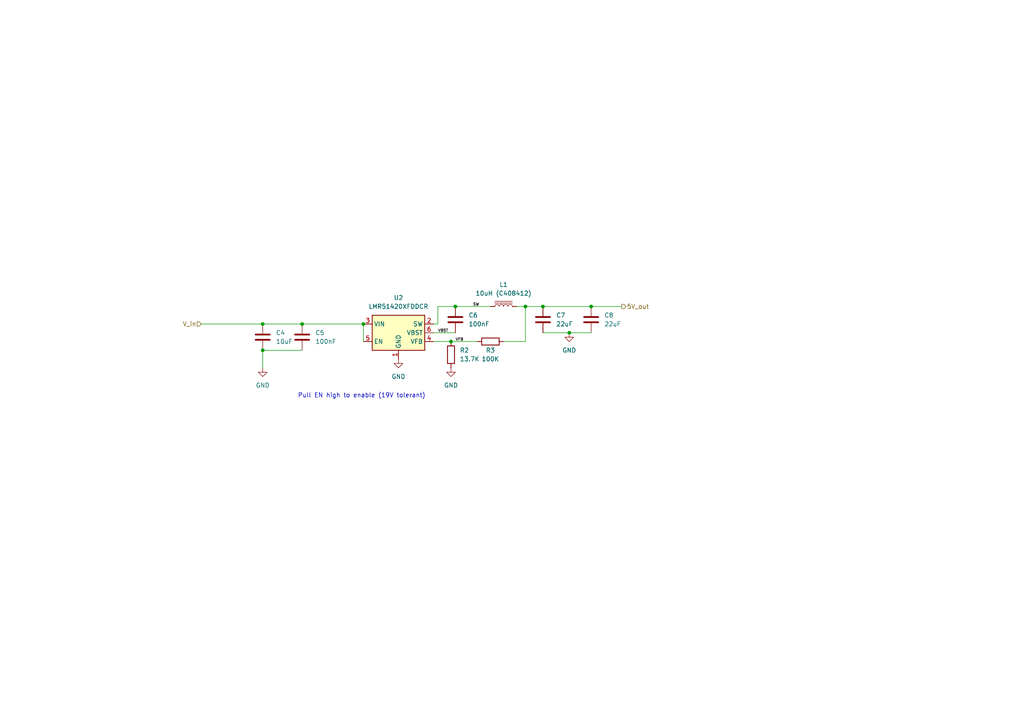
<source format=kicad_sch>
(kicad_sch (version 20211123) (generator eeschema)
  (paper "A4")
  (lib_symbols
    (symbol "Device:C" (pin_numbers hide) (pin_names (offset 0.254))
      (property "Reference" "C" (at 0.635 2.54 0))
      (property "Value" "C" (at 0.635 -2.54 0))
      (symbol "C_0_1"
        (polyline (pts (xy -2.032 -0.762) (xy 2.032 -0.762)) (stroke (width 0.508)))
        (polyline (pts (xy -2.032 0.762) (xy 2.032 0.762)) (stroke (width 0.508)))
      )
      (symbol "C_1_1"
        (pin passive line (at 0 3.81 270) (length 2.794) (name "~") (number "1"))
        (pin passive line (at 0 -3.81 90) (length 2.794) (name "~") (number "2"))
      )
    )
    (symbol "Device:L_Iron" (pin_numbers hide) (pin_names (offset 1.016) hide)
      (property "Reference" "L" (at -1.27 0 90))
      (property "Value" "L_Iron" (at 2.794 0 90))
      (symbol "L_Iron_0_1"
        (arc (start 0 -2.54) (mid 0.635 -1.905) (end 0 -1.27))
        (arc (start 0 -1.27) (mid 0.635 -0.635) (end 0 0))
        (polyline (pts (xy 1.016 2.54) (xy 1.016 -2.54)))
        (polyline (pts (xy 1.524 -2.54) (xy 1.524 2.54)))
        (arc (start 0 0) (mid 0.635 0.635) (end 0 1.27))
        (arc (start 0 1.27) (mid 0.635 1.905) (end 0 2.54))
      )
      (symbol "L_Iron_1_1"
        (pin passive line (at 0 3.81 270) (length 1.27) (name "1") (number "1"))
        (pin passive line (at 0 -3.81 90) (length 1.27) (name "2") (number "2"))
      )
    )
    (symbol "Device:R" (pin_numbers hide) (pin_names (offset 0))
      (property "Reference" "R" (at 2.032 0 90))
      (property "Value" "R" (at 0 0 90))
      (symbol "R_0_1"
        (rectangle (start -1.016 -2.54) (end 1.016 2.54) (stroke (width 0.254)))
      )
      (symbol "R_1_1"
        (pin passive line (at 0 3.81 270) (length 1.27) (name "~") (number "1"))
        (pin passive line (at 0 -3.81 90) (length 1.27) (name "~") (number "2"))
      )
    )
    (symbol "Regulator_Switching:TPS562200"
      (property "Reference" "U" (at -7.62 6.35 0))
      (property "Value" "TPS562200" (at -2.54 6.35 0))
      (symbol "TPS562200_0_1"
        (rectangle (start -7.62 5.08) (end 7.62 -5.08) (stroke (width 0.254)) (fill (type background)))
      )
      (symbol "TPS562200_1_1"
        (pin power_in line (at 0 -7.62 90) (length 2.54) (name "GND") (number "1"))
        (pin output line (at 10.16 2.54 180) (length 2.54) (name "SW") (number "2"))
        (pin power_in line (at -10.16 2.54 0) (length 2.54) (name "VIN") (number "3"))
        (pin input line (at 10.16 -2.54 180) (length 2.54) (name "VFB") (number "4"))
        (pin input line (at -10.16 -2.54 0) (length 2.54) (name "EN") (number "5"))
        (pin passive line (at 10.16 0 180) (length 2.54) (name "VBST") (number "6"))
      )
    )
    (symbol "power:GND" (power) (pin_names (offset 0))
      (property "Value" "GND" (at 0 -3.81 0))
      (symbol "GND_0_1"
        (polyline (pts (xy 0 0) (xy 0 -1.27) (xy 1.27 -1.27) (xy 0 -2.54) (xy -1.27 -1.27) (xy 0 -1.27)))
      )
      (symbol "GND_1_1"
        (pin power_in line (at 0 0 270) (length 0) hide (name "GND") (number "1"))
      )
    )
  )
  (junction (at 105.41 93.98))
  (junction (at 130.81 99.06))
  (junction (at 76.2 93.98))
  (junction (at 76.2 101.6))
  (junction (at 165.1 96.52))
  (junction (at 171.45 88.9))
  (junction (at 152.4 88.9))
  (junction (at 132.08 88.9))
  (junction (at 157.48 88.9))
  (junction (at 87.63 93.98))
  (wire (pts (xy 125.73 96.52) (xy 132.08 96.52)))
  (wire (pts (xy 157.48 88.9) (xy 171.45 88.9)))
  (wire (pts (xy 130.81 99.06) (xy 138.43 99.06)))
  (wire (pts (xy 87.63 93.98) (xy 105.41 93.98)))
  (wire (pts (xy 127 88.9) (xy 132.08 88.9)))
  (wire (pts (xy 105.41 93.98) (xy 105.41 99.06)))
  (wire (pts (xy 149.86 88.9) (xy 152.4 88.9)))
  (wire (pts (xy 157.48 96.52) (xy 165.1 96.52)))
  (wire (pts (xy 125.73 93.98) (xy 127 93.98)))
  (wire (pts (xy 76.2 101.6) (xy 76.2 106.68)))
  (wire (pts (xy 125.73 99.06) (xy 130.81 99.06)))
  (wire (pts (xy 127 93.98) (xy 127 88.9)))
  (wire (pts (xy 132.08 88.9) (xy 142.24 88.9)))
  (wire (pts (xy 76.2 93.98) (xy 87.63 93.98)))
  (wire (pts (xy 165.1 96.52) (xy 171.45 96.52)))
  (wire (pts (xy 171.45 88.9) (xy 180.34 88.9)))
  (wire (pts (xy 76.2 101.6) (xy 87.63 101.6)))
  (wire (pts (xy 152.4 99.06) (xy 152.4 88.9)))
  (wire (pts (xy 58.42 93.98) (xy 76.2 93.98)))
  (wire (pts (xy 152.4 88.9) (xy 157.48 88.9)))
  (wire (pts (xy 146.05 99.06) (xy 152.4 99.06)))
  (text "Pull EN high to enable (19V tolerant)\n" (at 86.36 115.57 0) (effects (font (size 1.27 1.27)) (justify left bottom)))
  (label "VBST" (at 127 96.52 0) (effects (font (size 0.8 0.8))))
  (label "SW" (at 137.16 88.9 0) (effects (font (size 0.8 0.8))))
  (label "VFB" (at 132.08 99.06 0) (effects (font (size 0.8 0.8))))
  (hierarchical_label "5V_out" (shape output) (at 180.34 88.9 0))
  (hierarchical_label "V_in" (shape input) (at 58.42 93.98 180))
  (symbol (lib_id "Device:C") (at 171.45 92.71 0) (unit 1)
    (property "Reference" "C8" (at 175.26 91.4399 0) (effects (justify left)))
    (property "Value" "22uF" (at 175.26 93.9799 0) (effects (justify left)))
    (property "Footprint" "Capacitor_SMD:C_0603_1608Metric_Pad1.08x0.95mm_HandSolder" (effects hide))
  )
  (symbol (lib_id "Device:L_Iron") (at 146.05 88.9 90) (unit 1)
    (property "Reference" "L1" (at 146.05 82.55 90))
    (property "Value" "10uH (C408412)" (at 146.05 85.09 90))
    (property "Footprint" "Inductor_SMD:L_Sunlord_MWSA0518_5.4x5.2mm" (effects hide))
  )
  (symbol (lib_id "power:GND") (at 165.1 96.52 0) (unit 1)
    (property "Reference" "#PWR07" (effects hide))
    (property "Value" "GND" (at 165.1 101.6 0))
  )
  (symbol (lib_id "Device:C") (at 157.48 92.71 0) (unit 1)
    (property "Reference" "C7" (at 161.29 91.4399 0) (effects (justify left)))
    (property "Value" "22uF" (at 161.29 93.9799 0) (effects (justify left)))
    (property "Footprint" "Capacitor_SMD:C_0603_1608Metric_Pad1.08x0.95mm_HandSolder" (effects hide))
  )
  (symbol (lib_id "Device:C") (at 76.2 97.79 0) (unit 1)
    (property "Reference" "C4" (at 80.01 96.5199 0) (effects (justify left)))
    (property "Value" "10uF" (at 80.01 99.0599 0) (effects (justify left)))
    (property "Footprint" "Capacitor_SMD:C_0603_1608Metric_Pad1.08x0.95mm_HandSolder" (effects hide))
  )
  (symbol (lib_id "Device:C") (at 87.63 97.79 0) (unit 1)
    (property "Reference" "C5" (at 91.44 96.5199 0) (effects (justify left)))
    (property "Value" "100nF" (at 91.44 99.0599 0) (effects (justify left)))
    (property "Footprint" "Capacitor_SMD:C_0603_1608Metric_Pad1.08x0.95mm_HandSolder" (effects hide))
  )
  (symbol (lib_id "power:GND") (at 115.57 104.14 0) (unit 1)
    (property "Reference" "#PWR05" (effects hide))
    (property "Value" "GND" (at 115.57 109.22 0))
  )
  (symbol (lib_id "Device:R") (at 142.24 99.06 90) (unit 1)
    (property "Reference" "R3" (at 142.24 101.6 90))
    (property "Value" "100K" (at 142.24 104.14 90))
    (property "Footprint" "Resistor_SMD:R_0603_1608Metric_Pad0.98x0.95mm_HandSolder" (effects hide))
  )
  (symbol (lib_id "power:GND") (at 130.81 106.68 0) (unit 1)
    (property "Reference" "#PWR06" (effects hide))
    (property "Value" "GND" (at 130.81 111.76 0))
  )
  (symbol (lib_id "Regulator_Switching:TPS562200") (at 115.57 96.52 0) (unit 1)
    (property "Reference" "U2" (at 115.57 86.36 0))
    (property "Value" "LMR51420XFDDCR" (at 115.57 88.9 0))
    (property "Footprint" "Package_TO_SOT_SMD:SOT-23-6" (effects hide))
    (property "Datasheet" "https://www.ti.com/lit/ds/symlink/lmr51420.pdf?ts=1668363929571&ref_url=https%253A%252F%252Fwww.ti.com%252Fproduct%252FLMR51420%252Fpart-details%252FLMR51420XFDDCR" (effects hide))
  )
  (symbol (lib_id "Device:C") (at 132.08 92.71 0) (unit 1)
    (property "Reference" "C6" (at 135.89 91.4399 0) (effects (justify left)))
    (property "Value" "100nF" (at 135.89 93.9799 0) (effects (justify left)))
    (property "Footprint" "Capacitor_SMD:C_0603_1608Metric_Pad1.08x0.95mm_HandSolder" (effects hide))
  )
  (symbol (lib_id "Device:R") (at 130.81 102.87 0) (unit 1)
    (property "Reference" "R2" (at 133.35 101.5999 0) (effects (justify left)))
    (property "Value" "13.7K" (at 133.35 104.1399 0) (effects (justify left)))
    (property "Footprint" "Resistor_SMD:R_0603_1608Metric_Pad0.98x0.95mm_HandSolder" (effects hide))
  )
  (symbol (lib_id "power:GND") (at 76.2 106.68 0) (unit 1)
    (property "Reference" "#PWR04" (effects hide))
    (property "Value" "GND" (at 76.2 111.76 0))
  )
)
</source>
